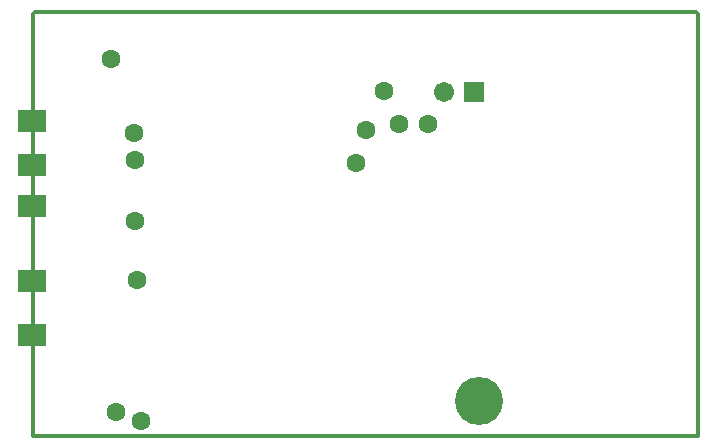
<source format=gbs>
G04 Layer_Color=16711935*
%FSLAX25Y25*%
%MOIN*%
G70*
G01*
G75*
%ADD42C,0.01200*%
%ADD86R,0.09800X0.07800*%
%ADD87C,0.06312*%
%ADD88R,0.06706X0.06706*%
%ADD89C,0.06706*%
%ADD90C,0.16001*%
D42*
X106570Y240570D02*
X326930D01*
X106000Y240000D02*
X106570Y240570D01*
X106000Y99500D02*
Y240000D01*
X327500Y99500D02*
Y240000D01*
X106000Y99500D02*
X327500D01*
D86*
X105577Y189803D02*
D03*
X105585Y150932D02*
D03*
X105630Y175992D02*
D03*
X105555Y204468D02*
D03*
X105630Y132992D02*
D03*
D87*
X223000Y214500D02*
D03*
X132000Y225000D02*
D03*
X133500Y107500D02*
D03*
X213500Y190500D02*
D03*
X217000Y201500D02*
D03*
X139500Y200500D02*
D03*
X237500Y203500D02*
D03*
X228000D02*
D03*
X140500Y151500D02*
D03*
X140000Y171000D02*
D03*
Y191500D02*
D03*
X142000Y104500D02*
D03*
D88*
X253000Y214000D02*
D03*
D89*
X243000D02*
D03*
D90*
X254500Y111000D02*
D03*
M02*

</source>
